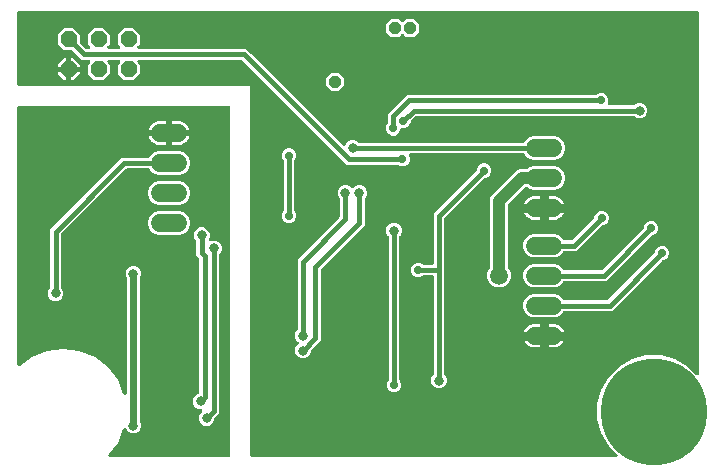
<source format=gbr>
G04 EAGLE Gerber RS-274X export*
G75*
%MOMM*%
%FSLAX34Y34*%
%LPD*%
%INBottom Copper*%
%IPPOS*%
%AMOC8*
5,1,8,0,0,1.08239X$1,22.5*%
G01*
%ADD10C,1.500000*%
%ADD11C,9.000000*%
%ADD12P,1.484606X8X202.500000*%
%ADD13P,1.099708X8X112.500000*%
%ADD14C,0.806400*%
%ADD15C,0.706400*%
%ADD16C,0.800000*%
%ADD17C,0.600000*%
%ADD18C,0.400000*%
%ADD19C,1.000000*%
%ADD20C,1.500000*%

G36*
X518050Y11213D02*
X518050Y11213D01*
X518155Y11215D01*
X518222Y11233D01*
X518290Y11241D01*
X518389Y11276D01*
X518489Y11302D01*
X518550Y11335D01*
X518616Y11358D01*
X518703Y11415D01*
X518795Y11464D01*
X518847Y11509D01*
X518905Y11547D01*
X518977Y11622D01*
X519056Y11691D01*
X519096Y11747D01*
X519144Y11797D01*
X519197Y11887D01*
X519258Y11972D01*
X519284Y12036D01*
X519319Y12095D01*
X519350Y12195D01*
X519389Y12291D01*
X519401Y12360D01*
X519421Y12426D01*
X519428Y12530D01*
X519445Y12633D01*
X519440Y12702D01*
X519445Y12771D01*
X519428Y12873D01*
X519420Y12978D01*
X519400Y13044D01*
X519389Y13112D01*
X519349Y13208D01*
X519318Y13308D01*
X519282Y13367D01*
X519256Y13431D01*
X519195Y13516D01*
X519142Y13605D01*
X519073Y13684D01*
X519054Y13711D01*
X519037Y13726D01*
X519007Y13760D01*
X511958Y20809D01*
X505699Y31650D01*
X502459Y43741D01*
X502459Y56259D01*
X505699Y68350D01*
X511958Y79191D01*
X520809Y88042D01*
X531650Y94301D01*
X543741Y97541D01*
X556259Y97541D01*
X568350Y94301D01*
X579191Y88042D01*
X586240Y80993D01*
X586322Y80928D01*
X586397Y80856D01*
X586457Y80821D01*
X586511Y80778D01*
X586605Y80734D01*
X586695Y80681D01*
X586761Y80661D01*
X586824Y80631D01*
X586926Y80610D01*
X587026Y80579D01*
X587095Y80574D01*
X587162Y80560D01*
X587266Y80563D01*
X587371Y80555D01*
X587439Y80567D01*
X587508Y80568D01*
X587609Y80595D01*
X587712Y80611D01*
X587776Y80638D01*
X587842Y80655D01*
X587935Y80704D01*
X588031Y80744D01*
X588087Y80785D01*
X588148Y80817D01*
X588227Y80885D01*
X588311Y80946D01*
X588357Y80999D01*
X588409Y81044D01*
X588470Y81129D01*
X588538Y81207D01*
X588570Y81269D01*
X588611Y81325D01*
X588650Y81421D01*
X588699Y81514D01*
X588716Y81580D01*
X588743Y81644D01*
X588759Y81747D01*
X588785Y81848D01*
X588792Y81952D01*
X588798Y81986D01*
X588796Y82008D01*
X588799Y82053D01*
X588799Y387300D01*
X588795Y387335D01*
X588798Y387371D01*
X588775Y387507D01*
X588759Y387643D01*
X588747Y387677D01*
X588742Y387712D01*
X588689Y387839D01*
X588642Y387969D01*
X588623Y387998D01*
X588609Y388031D01*
X588528Y388143D01*
X588453Y388258D01*
X588427Y388283D01*
X588407Y388311D01*
X588303Y388402D01*
X588203Y388497D01*
X588172Y388515D01*
X588146Y388538D01*
X588023Y388602D01*
X587905Y388672D01*
X587871Y388682D01*
X587839Y388699D01*
X587706Y388733D01*
X587574Y388774D01*
X587539Y388776D01*
X587505Y388785D01*
X587300Y388799D01*
X12700Y388799D01*
X12665Y388795D01*
X12629Y388798D01*
X12493Y388775D01*
X12357Y388759D01*
X12323Y388747D01*
X12288Y388742D01*
X12161Y388689D01*
X12031Y388642D01*
X12002Y388623D01*
X11969Y388609D01*
X11857Y388528D01*
X11742Y388453D01*
X11717Y388427D01*
X11689Y388407D01*
X11598Y388303D01*
X11503Y388203D01*
X11485Y388172D01*
X11462Y388146D01*
X11398Y388023D01*
X11328Y387905D01*
X11318Y387871D01*
X11301Y387839D01*
X11267Y387706D01*
X11226Y387574D01*
X11224Y387539D01*
X11215Y387505D01*
X11201Y387300D01*
X11201Y327300D01*
X11205Y327265D01*
X11202Y327229D01*
X11225Y327093D01*
X11241Y326957D01*
X11253Y326923D01*
X11258Y326888D01*
X11311Y326761D01*
X11358Y326631D01*
X11378Y326602D01*
X11391Y326569D01*
X11472Y326457D01*
X11547Y326342D01*
X11573Y326317D01*
X11593Y326289D01*
X11698Y326198D01*
X11797Y326103D01*
X11828Y326085D01*
X11854Y326062D01*
X11977Y325998D01*
X12095Y325928D01*
X12129Y325918D01*
X12161Y325901D01*
X12294Y325867D01*
X12426Y325826D01*
X12461Y325824D01*
X12495Y325815D01*
X12700Y325801D01*
X208501Y325801D01*
X208501Y12700D01*
X208505Y12665D01*
X208502Y12629D01*
X208525Y12493D01*
X208541Y12357D01*
X208553Y12323D01*
X208558Y12288D01*
X208611Y12161D01*
X208658Y12031D01*
X208678Y12002D01*
X208691Y11969D01*
X208772Y11857D01*
X208847Y11742D01*
X208873Y11717D01*
X208893Y11689D01*
X208998Y11598D01*
X209097Y11503D01*
X209128Y11485D01*
X209154Y11462D01*
X209277Y11398D01*
X209395Y11328D01*
X209429Y11318D01*
X209461Y11301D01*
X209594Y11267D01*
X209726Y11226D01*
X209761Y11224D01*
X209795Y11215D01*
X210000Y11201D01*
X517947Y11201D01*
X518050Y11213D01*
G37*
G36*
X190035Y11205D02*
X190035Y11205D01*
X190071Y11202D01*
X190207Y11225D01*
X190343Y11241D01*
X190377Y11253D01*
X190412Y11258D01*
X190539Y11311D01*
X190669Y11358D01*
X190698Y11378D01*
X190731Y11391D01*
X190843Y11472D01*
X190958Y11547D01*
X190983Y11573D01*
X191011Y11593D01*
X191102Y11698D01*
X191197Y11797D01*
X191215Y11828D01*
X191238Y11854D01*
X191302Y11977D01*
X191372Y12095D01*
X191382Y12129D01*
X191399Y12161D01*
X191433Y12294D01*
X191474Y12426D01*
X191476Y12461D01*
X191485Y12495D01*
X191499Y12700D01*
X191499Y307300D01*
X191495Y307335D01*
X191498Y307371D01*
X191475Y307507D01*
X191459Y307643D01*
X191447Y307677D01*
X191442Y307712D01*
X191389Y307839D01*
X191342Y307969D01*
X191323Y307998D01*
X191309Y308031D01*
X191228Y308143D01*
X191153Y308258D01*
X191127Y308283D01*
X191107Y308311D01*
X191003Y308402D01*
X190903Y308497D01*
X190872Y308515D01*
X190846Y308538D01*
X190723Y308602D01*
X190605Y308672D01*
X190571Y308682D01*
X190539Y308699D01*
X190406Y308733D01*
X190274Y308774D01*
X190239Y308776D01*
X190205Y308785D01*
X190000Y308799D01*
X12700Y308799D01*
X12665Y308795D01*
X12629Y308798D01*
X12493Y308775D01*
X12357Y308759D01*
X12323Y308747D01*
X12288Y308742D01*
X12161Y308689D01*
X12031Y308642D01*
X12002Y308623D01*
X11969Y308609D01*
X11857Y308528D01*
X11742Y308453D01*
X11717Y308427D01*
X11689Y308407D01*
X11598Y308303D01*
X11503Y308203D01*
X11485Y308172D01*
X11462Y308146D01*
X11398Y308023D01*
X11328Y307905D01*
X11318Y307871D01*
X11301Y307839D01*
X11267Y307706D01*
X11226Y307574D01*
X11224Y307539D01*
X11215Y307505D01*
X11201Y307300D01*
X11201Y89912D01*
X11201Y89905D01*
X11201Y89899D01*
X11221Y89735D01*
X11241Y89568D01*
X11243Y89562D01*
X11243Y89556D01*
X11301Y89401D01*
X11358Y89243D01*
X11361Y89238D01*
X11364Y89232D01*
X11456Y89094D01*
X11547Y88953D01*
X11551Y88949D01*
X11555Y88944D01*
X11676Y88830D01*
X11797Y88715D01*
X11802Y88712D01*
X11807Y88707D01*
X11952Y88624D01*
X12095Y88540D01*
X12101Y88538D01*
X12107Y88535D01*
X12266Y88487D01*
X12426Y88438D01*
X12432Y88437D01*
X12438Y88435D01*
X12603Y88425D01*
X12771Y88414D01*
X12777Y88415D01*
X12783Y88415D01*
X12947Y88443D01*
X13112Y88470D01*
X13117Y88472D01*
X13124Y88473D01*
X13277Y88539D01*
X13431Y88603D01*
X13436Y88606D01*
X13442Y88609D01*
X13613Y88722D01*
X23336Y96183D01*
X36198Y101511D01*
X50000Y103328D01*
X63802Y101511D01*
X76664Y96183D01*
X87708Y87708D01*
X96183Y76664D01*
X101112Y64764D01*
X101138Y64718D01*
X101156Y64669D01*
X101222Y64568D01*
X101281Y64462D01*
X101316Y64423D01*
X101344Y64379D01*
X101432Y64296D01*
X101514Y64206D01*
X101557Y64177D01*
X101595Y64141D01*
X101699Y64079D01*
X101799Y64011D01*
X101848Y63992D01*
X101893Y63966D01*
X102008Y63930D01*
X102121Y63886D01*
X102173Y63879D01*
X102223Y63864D01*
X102344Y63855D01*
X102464Y63839D01*
X102516Y63844D01*
X102568Y63840D01*
X102688Y63860D01*
X102808Y63871D01*
X102858Y63887D01*
X102909Y63896D01*
X103021Y63942D01*
X103136Y63981D01*
X103180Y64009D01*
X103229Y64029D01*
X103327Y64099D01*
X103430Y64163D01*
X103467Y64200D01*
X103509Y64231D01*
X103588Y64322D01*
X103674Y64408D01*
X103701Y64453D01*
X103736Y64492D01*
X103792Y64599D01*
X103855Y64702D01*
X103872Y64752D01*
X103896Y64798D01*
X103927Y64915D01*
X103965Y65030D01*
X103970Y65082D01*
X103983Y65133D01*
X103997Y65338D01*
X103997Y162590D01*
X103995Y162609D01*
X103996Y162627D01*
X103975Y162780D01*
X103957Y162934D01*
X103951Y162951D01*
X103948Y162970D01*
X103883Y163164D01*
X102965Y165380D01*
X102965Y167995D01*
X103965Y170411D01*
X105814Y172260D01*
X108230Y173260D01*
X110845Y173260D01*
X113261Y172260D01*
X115110Y170411D01*
X116110Y167995D01*
X116110Y165380D01*
X115192Y163164D01*
X115187Y163146D01*
X115179Y163130D01*
X115140Y162980D01*
X115098Y162832D01*
X115097Y162813D01*
X115092Y162795D01*
X115078Y162590D01*
X115078Y42197D01*
X115080Y42179D01*
X115079Y42160D01*
X115100Y42007D01*
X115118Y41854D01*
X115124Y41836D01*
X115127Y41818D01*
X115192Y41623D01*
X116110Y39407D01*
X116110Y36793D01*
X115110Y34377D01*
X113261Y32528D01*
X110845Y31527D01*
X108230Y31527D01*
X105814Y32528D01*
X103965Y34377D01*
X103746Y34906D01*
X103695Y34997D01*
X103653Y35093D01*
X103611Y35148D01*
X103578Y35208D01*
X103508Y35285D01*
X103445Y35369D01*
X103391Y35413D01*
X103345Y35464D01*
X103259Y35523D01*
X103178Y35589D01*
X103116Y35620D01*
X103060Y35659D01*
X102962Y35697D01*
X102869Y35743D01*
X102801Y35759D01*
X102737Y35784D01*
X102634Y35798D01*
X102532Y35822D01*
X102463Y35822D01*
X102395Y35832D01*
X102291Y35822D01*
X102186Y35822D01*
X102119Y35806D01*
X102050Y35799D01*
X101952Y35766D01*
X101850Y35742D01*
X101788Y35711D01*
X101723Y35689D01*
X101634Y35634D01*
X101541Y35588D01*
X101488Y35543D01*
X101429Y35507D01*
X101355Y35433D01*
X101275Y35366D01*
X101233Y35311D01*
X101185Y35262D01*
X101130Y35174D01*
X101067Y35090D01*
X101021Y34996D01*
X101003Y34968D01*
X100996Y34947D01*
X100976Y34906D01*
X96183Y23336D01*
X88722Y13613D01*
X88719Y13607D01*
X88715Y13603D01*
X88630Y13459D01*
X88545Y13316D01*
X88543Y13310D01*
X88540Y13305D01*
X88490Y13145D01*
X88440Y12986D01*
X88440Y12980D01*
X88438Y12974D01*
X88426Y12807D01*
X88413Y12642D01*
X88414Y12636D01*
X88414Y12629D01*
X88441Y12466D01*
X88467Y12300D01*
X88469Y12294D01*
X88470Y12288D01*
X88533Y12136D01*
X88597Y11980D01*
X88600Y11975D01*
X88603Y11969D01*
X88700Y11834D01*
X88797Y11698D01*
X88801Y11694D01*
X88805Y11689D01*
X88932Y11578D01*
X89056Y11469D01*
X89061Y11466D01*
X89066Y11462D01*
X89216Y11383D01*
X89361Y11306D01*
X89367Y11304D01*
X89372Y11301D01*
X89536Y11259D01*
X89695Y11217D01*
X89701Y11216D01*
X89707Y11215D01*
X89912Y11201D01*
X190000Y11201D01*
X190035Y11205D01*
G37*
%LPC*%
G36*
X336136Y257452D02*
X336136Y257452D01*
X333904Y258377D01*
X333736Y258545D01*
X333626Y258632D01*
X333521Y258723D01*
X333491Y258739D01*
X333464Y258760D01*
X333338Y258819D01*
X333215Y258884D01*
X333182Y258892D01*
X333151Y258907D01*
X333015Y258935D01*
X332880Y258970D01*
X332835Y258973D01*
X332813Y258978D01*
X332779Y258977D01*
X332675Y258984D01*
X290219Y258984D01*
X201758Y347445D01*
X201649Y347532D01*
X201544Y347623D01*
X201514Y347639D01*
X201487Y347660D01*
X201361Y347719D01*
X201238Y347784D01*
X201205Y347792D01*
X201174Y347807D01*
X201038Y347835D01*
X200903Y347870D01*
X200858Y347873D01*
X200836Y347878D01*
X200802Y347877D01*
X200698Y347884D01*
X114321Y347884D01*
X114217Y347872D01*
X114113Y347870D01*
X114046Y347852D01*
X113977Y347844D01*
X113879Y347809D01*
X113778Y347783D01*
X113717Y347750D01*
X113652Y347727D01*
X113565Y347670D01*
X113473Y347621D01*
X113420Y347576D01*
X113363Y347538D01*
X113291Y347463D01*
X113212Y347394D01*
X113172Y347338D01*
X113124Y347288D01*
X113071Y347198D01*
X113010Y347113D01*
X112984Y347049D01*
X112949Y346990D01*
X112918Y346890D01*
X112878Y346794D01*
X112867Y346725D01*
X112847Y346659D01*
X112840Y346555D01*
X112823Y346452D01*
X112828Y346383D01*
X112823Y346314D01*
X112840Y346212D01*
X112847Y346107D01*
X112868Y346041D01*
X112879Y345973D01*
X112919Y345877D01*
X112950Y345777D01*
X112985Y345718D01*
X113012Y345654D01*
X113073Y345569D01*
X113126Y345480D01*
X113194Y345401D01*
X113214Y345374D01*
X113231Y345359D01*
X113261Y345325D01*
X114967Y343618D01*
X114967Y335832D01*
X109462Y330326D01*
X101676Y330326D01*
X96170Y335832D01*
X96170Y343618D01*
X97877Y345325D01*
X97942Y345407D01*
X98014Y345482D01*
X98049Y345542D01*
X98092Y345596D01*
X98136Y345690D01*
X98189Y345780D01*
X98209Y345846D01*
X98238Y345909D01*
X98260Y346011D01*
X98291Y346111D01*
X98295Y346180D01*
X98310Y346247D01*
X98307Y346351D01*
X98314Y346456D01*
X98303Y346524D01*
X98302Y346593D01*
X98275Y346694D01*
X98258Y346797D01*
X98232Y346861D01*
X98214Y346927D01*
X98166Y347020D01*
X98126Y347116D01*
X98085Y347172D01*
X98053Y347233D01*
X97984Y347312D01*
X97923Y347396D01*
X97871Y347442D01*
X97826Y347494D01*
X97741Y347555D01*
X97662Y347623D01*
X97601Y347655D01*
X97545Y347696D01*
X97449Y347735D01*
X97356Y347784D01*
X97289Y347801D01*
X97225Y347827D01*
X97123Y347844D01*
X97021Y347870D01*
X96917Y347877D01*
X96884Y347883D01*
X96862Y347881D01*
X96817Y347884D01*
X88921Y347884D01*
X88817Y347872D01*
X88713Y347870D01*
X88646Y347852D01*
X88577Y347844D01*
X88479Y347809D01*
X88378Y347783D01*
X88317Y347750D01*
X88252Y347727D01*
X88165Y347670D01*
X88073Y347621D01*
X88020Y347576D01*
X87963Y347538D01*
X87891Y347463D01*
X87812Y347394D01*
X87772Y347338D01*
X87724Y347288D01*
X87671Y347198D01*
X87610Y347113D01*
X87584Y347049D01*
X87549Y346990D01*
X87518Y346890D01*
X87478Y346794D01*
X87467Y346725D01*
X87447Y346659D01*
X87440Y346555D01*
X87423Y346452D01*
X87428Y346383D01*
X87423Y346314D01*
X87440Y346212D01*
X87447Y346107D01*
X87468Y346041D01*
X87479Y345973D01*
X87519Y345877D01*
X87550Y345777D01*
X87585Y345718D01*
X87612Y345654D01*
X87673Y345569D01*
X87726Y345480D01*
X87794Y345401D01*
X87814Y345374D01*
X87831Y345359D01*
X87861Y345325D01*
X89567Y343618D01*
X89567Y335832D01*
X84062Y330326D01*
X76276Y330326D01*
X70770Y335832D01*
X70770Y343618D01*
X72477Y345325D01*
X72542Y345407D01*
X72614Y345482D01*
X72649Y345542D01*
X72692Y345596D01*
X72736Y345690D01*
X72789Y345780D01*
X72809Y345846D01*
X72838Y345909D01*
X72860Y346011D01*
X72891Y346111D01*
X72895Y346180D01*
X72910Y346247D01*
X72907Y346351D01*
X72914Y346456D01*
X72903Y346524D01*
X72902Y346593D01*
X72875Y346694D01*
X72858Y346797D01*
X72832Y346861D01*
X72814Y346927D01*
X72766Y347020D01*
X72726Y347116D01*
X72685Y347172D01*
X72653Y347233D01*
X72584Y347312D01*
X72523Y347396D01*
X72471Y347442D01*
X72426Y347494D01*
X72341Y347555D01*
X72262Y347623D01*
X72201Y347655D01*
X72145Y347696D01*
X72049Y347735D01*
X71956Y347784D01*
X71889Y347801D01*
X71825Y347827D01*
X71723Y347844D01*
X71621Y347870D01*
X71517Y347877D01*
X71484Y347883D01*
X71462Y347881D01*
X71417Y347884D01*
X65588Y347884D01*
X58185Y355287D01*
X58076Y355374D01*
X57970Y355465D01*
X57940Y355481D01*
X57914Y355502D01*
X57788Y355561D01*
X57664Y355626D01*
X57632Y355634D01*
X57601Y355649D01*
X57465Y355677D01*
X57330Y355712D01*
X57284Y355715D01*
X57263Y355720D01*
X57229Y355719D01*
X57125Y355726D01*
X50876Y355726D01*
X45370Y361232D01*
X45370Y369018D01*
X50876Y374524D01*
X58662Y374524D01*
X64167Y369018D01*
X64167Y362769D01*
X64184Y362631D01*
X64193Y362491D01*
X64203Y362459D01*
X64207Y362425D01*
X64255Y362295D01*
X64296Y362161D01*
X64313Y362132D01*
X64325Y362100D01*
X64401Y361983D01*
X64472Y361863D01*
X64501Y361829D01*
X64514Y361811D01*
X64538Y361787D01*
X64607Y361709D01*
X68910Y357405D01*
X69020Y357318D01*
X69125Y357227D01*
X69155Y357211D01*
X69182Y357190D01*
X69308Y357131D01*
X69431Y357066D01*
X69464Y357058D01*
X69495Y357043D01*
X69631Y357015D01*
X69766Y356980D01*
X69811Y356977D01*
X69833Y356972D01*
X69867Y356973D01*
X69971Y356966D01*
X71417Y356966D01*
X71520Y356978D01*
X71625Y356980D01*
X71692Y356998D01*
X71760Y357006D01*
X71858Y357041D01*
X71959Y357067D01*
X72020Y357100D01*
X72085Y357123D01*
X72173Y357180D01*
X72265Y357229D01*
X72317Y357274D01*
X72375Y357312D01*
X72447Y357387D01*
X72526Y357456D01*
X72566Y357512D01*
X72614Y357562D01*
X72666Y357652D01*
X72727Y357737D01*
X72754Y357801D01*
X72789Y357860D01*
X72819Y357960D01*
X72859Y358056D01*
X72870Y358125D01*
X72891Y358191D01*
X72898Y358295D01*
X72914Y358398D01*
X72910Y358467D01*
X72914Y358536D01*
X72897Y358638D01*
X72890Y358743D01*
X72870Y358809D01*
X72858Y358877D01*
X72818Y358973D01*
X72787Y359073D01*
X72752Y359132D01*
X72726Y359196D01*
X72665Y359281D01*
X72612Y359370D01*
X72543Y359449D01*
X72523Y359476D01*
X72506Y359491D01*
X72477Y359525D01*
X70770Y361232D01*
X70770Y369018D01*
X76276Y374524D01*
X84062Y374524D01*
X89567Y369018D01*
X89567Y361232D01*
X87861Y359525D01*
X87796Y359443D01*
X87724Y359368D01*
X87689Y359308D01*
X87646Y359254D01*
X87602Y359160D01*
X87549Y359070D01*
X87529Y359004D01*
X87499Y358941D01*
X87478Y358839D01*
X87447Y358739D01*
X87442Y358670D01*
X87428Y358603D01*
X87430Y358499D01*
X87423Y358394D01*
X87434Y358326D01*
X87436Y358257D01*
X87462Y358156D01*
X87479Y358053D01*
X87506Y357989D01*
X87523Y357923D01*
X87572Y357830D01*
X87612Y357734D01*
X87652Y357678D01*
X87685Y357617D01*
X87753Y357538D01*
X87814Y357454D01*
X87866Y357408D01*
X87912Y357356D01*
X87996Y357295D01*
X88075Y357227D01*
X88137Y357195D01*
X88193Y357154D01*
X88289Y357115D01*
X88381Y357066D01*
X88448Y357049D01*
X88512Y357023D01*
X88615Y357006D01*
X88716Y356980D01*
X88820Y356973D01*
X88853Y356967D01*
X88876Y356969D01*
X88921Y356966D01*
X96817Y356966D01*
X96920Y356978D01*
X97025Y356980D01*
X97092Y356998D01*
X97160Y357006D01*
X97258Y357041D01*
X97359Y357067D01*
X97420Y357100D01*
X97485Y357123D01*
X97573Y357180D01*
X97665Y357229D01*
X97717Y357274D01*
X97775Y357312D01*
X97847Y357387D01*
X97926Y357456D01*
X97966Y357512D01*
X98014Y357562D01*
X98066Y357652D01*
X98127Y357737D01*
X98154Y357801D01*
X98189Y357860D01*
X98219Y357960D01*
X98259Y358056D01*
X98270Y358125D01*
X98291Y358191D01*
X98298Y358295D01*
X98314Y358398D01*
X98310Y358467D01*
X98314Y358536D01*
X98297Y358638D01*
X98290Y358743D01*
X98270Y358809D01*
X98258Y358877D01*
X98218Y358973D01*
X98187Y359073D01*
X98152Y359132D01*
X98126Y359196D01*
X98065Y359281D01*
X98012Y359370D01*
X97943Y359449D01*
X97923Y359476D01*
X97906Y359491D01*
X97877Y359525D01*
X96170Y361232D01*
X96170Y369018D01*
X101676Y374524D01*
X109462Y374524D01*
X114967Y369018D01*
X114967Y361232D01*
X113261Y359525D01*
X113196Y359443D01*
X113124Y359368D01*
X113089Y359308D01*
X113046Y359254D01*
X113002Y359160D01*
X112949Y359070D01*
X112929Y359004D01*
X112899Y358941D01*
X112878Y358839D01*
X112847Y358739D01*
X112842Y358670D01*
X112828Y358603D01*
X112830Y358499D01*
X112823Y358394D01*
X112834Y358326D01*
X112836Y358257D01*
X112862Y358156D01*
X112879Y358053D01*
X112906Y357989D01*
X112923Y357923D01*
X112972Y357830D01*
X113012Y357734D01*
X113052Y357678D01*
X113085Y357617D01*
X113153Y357538D01*
X113214Y357454D01*
X113266Y357408D01*
X113312Y357356D01*
X113396Y357295D01*
X113475Y357227D01*
X113537Y357195D01*
X113593Y357154D01*
X113689Y357115D01*
X113781Y357066D01*
X113848Y357049D01*
X113912Y357023D01*
X114015Y357006D01*
X114116Y356980D01*
X114220Y356973D01*
X114253Y356967D01*
X114276Y356969D01*
X114321Y356966D01*
X205081Y356966D01*
X208180Y353867D01*
X286819Y275228D01*
X286941Y275131D01*
X287062Y275031D01*
X287077Y275023D01*
X287090Y275013D01*
X287232Y274946D01*
X287371Y274877D01*
X287388Y274873D01*
X287403Y274866D01*
X287556Y274834D01*
X287708Y274798D01*
X287725Y274798D01*
X287741Y274795D01*
X287898Y274799D01*
X288054Y274799D01*
X288070Y274803D01*
X288087Y274803D01*
X288238Y274842D01*
X288390Y274878D01*
X288405Y274886D01*
X288422Y274890D01*
X288559Y274962D01*
X288699Y275033D01*
X288712Y275044D01*
X288727Y275052D01*
X288844Y275154D01*
X288965Y275254D01*
X288975Y275268D01*
X288988Y275279D01*
X289079Y275406D01*
X289173Y275530D01*
X289183Y275550D01*
X289190Y275560D01*
X289200Y275585D01*
X289264Y275714D01*
X289703Y276773D01*
X291552Y278622D01*
X293968Y279623D01*
X296582Y279623D01*
X298998Y278622D01*
X299590Y278030D01*
X299699Y277943D01*
X299805Y277852D01*
X299835Y277836D01*
X299861Y277815D01*
X299987Y277756D01*
X300111Y277691D01*
X300144Y277683D01*
X300174Y277668D01*
X300311Y277640D01*
X300446Y277605D01*
X300491Y277602D01*
X300513Y277597D01*
X300546Y277598D01*
X300651Y277591D01*
X439711Y277591D01*
X439798Y277601D01*
X439886Y277601D01*
X439969Y277621D01*
X440054Y277631D01*
X440137Y277660D01*
X440222Y277680D01*
X440299Y277719D01*
X440380Y277748D01*
X440453Y277796D01*
X440531Y277835D01*
X440597Y277890D01*
X440669Y277937D01*
X440730Y278000D01*
X440797Y278056D01*
X440849Y278125D01*
X440908Y278187D01*
X440952Y278263D01*
X441005Y278333D01*
X441069Y278461D01*
X441083Y278485D01*
X441086Y278497D01*
X441096Y278516D01*
X441188Y278738D01*
X444012Y281562D01*
X447703Y283091D01*
X466697Y283091D01*
X470388Y281562D01*
X473212Y278738D01*
X474741Y275047D01*
X474741Y271053D01*
X473212Y267362D01*
X470388Y264538D01*
X466697Y263009D01*
X447703Y263009D01*
X444012Y264538D01*
X441188Y267362D01*
X441096Y267584D01*
X441054Y267660D01*
X441020Y267741D01*
X440970Y267811D01*
X440928Y267886D01*
X440869Y267950D01*
X440818Y268021D01*
X440753Y268078D01*
X440695Y268141D01*
X440623Y268191D01*
X440557Y268248D01*
X440480Y268288D01*
X440410Y268337D01*
X440328Y268368D01*
X440251Y268409D01*
X440167Y268430D01*
X440087Y268461D01*
X440001Y268473D01*
X439916Y268495D01*
X439772Y268505D01*
X439745Y268509D01*
X439733Y268508D01*
X439711Y268509D01*
X344096Y268509D01*
X343941Y268491D01*
X343785Y268477D01*
X343769Y268471D01*
X343753Y268469D01*
X343605Y268416D01*
X343458Y268367D01*
X343443Y268358D01*
X343427Y268352D01*
X343296Y268266D01*
X343164Y268184D01*
X343152Y268172D01*
X343138Y268163D01*
X343030Y268050D01*
X342920Y267940D01*
X342911Y267925D01*
X342899Y267913D01*
X342820Y267778D01*
X342738Y267645D01*
X342733Y267629D01*
X342724Y267615D01*
X342678Y267466D01*
X342629Y267317D01*
X342627Y267301D01*
X342622Y267284D01*
X342611Y267128D01*
X342597Y266973D01*
X342600Y266956D01*
X342598Y266939D01*
X342624Y266785D01*
X342646Y266631D01*
X342653Y266610D01*
X342654Y266598D01*
X342665Y266573D01*
X342711Y266436D01*
X343416Y264733D01*
X343416Y262317D01*
X342492Y260085D01*
X340784Y258377D01*
X338552Y257452D01*
X336136Y257452D01*
G37*
%LPD*%
%LPC*%
G36*
X328198Y283646D02*
X328198Y283646D01*
X325966Y284571D01*
X324258Y286279D01*
X323334Y288511D01*
X323334Y290927D01*
X324258Y293159D01*
X324426Y293327D01*
X324513Y293436D01*
X324604Y293542D01*
X324620Y293572D01*
X324641Y293598D01*
X324700Y293724D01*
X324765Y293848D01*
X324774Y293881D01*
X324788Y293911D01*
X324817Y294047D01*
X324851Y294183D01*
X324855Y294228D01*
X324859Y294249D01*
X324858Y294283D01*
X324866Y294387D01*
X324866Y301918D01*
X341019Y318072D01*
X500950Y318072D01*
X501089Y318088D01*
X501228Y318098D01*
X501260Y318108D01*
X501294Y318112D01*
X501425Y318159D01*
X501558Y318201D01*
X501587Y318218D01*
X501619Y318229D01*
X501736Y318305D01*
X501856Y318376D01*
X501890Y318406D01*
X501909Y318418D01*
X501932Y318443D01*
X502010Y318511D01*
X502179Y318679D01*
X504411Y319604D01*
X506827Y319604D01*
X509059Y318679D01*
X510767Y316971D01*
X511691Y314739D01*
X511691Y312323D01*
X511315Y311414D01*
X511272Y311263D01*
X511226Y311114D01*
X511225Y311097D01*
X511220Y311081D01*
X511213Y310926D01*
X511202Y310769D01*
X511205Y310753D01*
X511204Y310736D01*
X511233Y310582D01*
X511258Y310428D01*
X511265Y310413D01*
X511268Y310396D01*
X511331Y310253D01*
X511391Y310109D01*
X511401Y310095D01*
X511408Y310080D01*
X511502Y309955D01*
X511593Y309829D01*
X511606Y309817D01*
X511616Y309804D01*
X511736Y309704D01*
X511854Y309602D01*
X511869Y309594D01*
X511882Y309583D01*
X512022Y309514D01*
X512160Y309441D01*
X512177Y309437D01*
X512192Y309429D01*
X512344Y309394D01*
X512495Y309355D01*
X512517Y309353D01*
X512529Y309351D01*
X512556Y309351D01*
X512700Y309341D01*
X532787Y309341D01*
X532925Y309357D01*
X533064Y309367D01*
X533097Y309377D01*
X533130Y309381D01*
X533261Y309428D01*
X533395Y309469D01*
X533424Y309487D01*
X533456Y309498D01*
X533572Y309574D01*
X533692Y309645D01*
X533726Y309675D01*
X533745Y309687D01*
X533768Y309711D01*
X533847Y309780D01*
X534439Y310372D01*
X536855Y311373D01*
X539470Y311373D01*
X541886Y310372D01*
X543735Y308523D01*
X544735Y306107D01*
X544735Y303493D01*
X543735Y301077D01*
X541886Y299228D01*
X539470Y298227D01*
X536855Y298227D01*
X534439Y299228D01*
X533847Y299820D01*
X533738Y299907D01*
X533633Y299998D01*
X533603Y300014D01*
X533576Y300035D01*
X533450Y300094D01*
X533326Y300159D01*
X533294Y300167D01*
X533263Y300182D01*
X533127Y300210D01*
X532992Y300245D01*
X532947Y300248D01*
X532925Y300253D01*
X532891Y300252D01*
X532787Y300259D01*
X349371Y300259D01*
X349232Y300243D01*
X349093Y300233D01*
X349061Y300223D01*
X349027Y300219D01*
X348896Y300172D01*
X348763Y300131D01*
X348734Y300113D01*
X348702Y300102D01*
X348585Y300026D01*
X348465Y299955D01*
X348431Y299925D01*
X348412Y299913D01*
X348389Y299889D01*
X348310Y299820D01*
X344649Y296159D01*
X344563Y296050D01*
X344471Y295944D01*
X344456Y295914D01*
X344435Y295888D01*
X344376Y295762D01*
X344311Y295638D01*
X344302Y295606D01*
X344288Y295575D01*
X344259Y295439D01*
X344224Y295304D01*
X344221Y295258D01*
X344217Y295237D01*
X344217Y295203D01*
X344210Y295099D01*
X344210Y294861D01*
X343286Y292629D01*
X341577Y290921D01*
X339345Y289996D01*
X336978Y289996D01*
X336943Y289992D01*
X336908Y289994D01*
X336772Y289972D01*
X336635Y289956D01*
X336601Y289944D01*
X336566Y289938D01*
X336439Y289886D01*
X336310Y289839D01*
X336280Y289819D01*
X336247Y289806D01*
X336136Y289725D01*
X336020Y289650D01*
X335996Y289624D01*
X335967Y289603D01*
X335876Y289499D01*
X335781Y289400D01*
X335763Y289369D01*
X335740Y289342D01*
X335676Y289220D01*
X335606Y289101D01*
X335596Y289068D01*
X335579Y289036D01*
X335545Y288903D01*
X335504Y288771D01*
X335502Y288736D01*
X335493Y288701D01*
X335480Y288514D01*
X334554Y286279D01*
X332846Y284571D01*
X330614Y283646D01*
X328198Y283646D01*
G37*
%LPD*%
%LPC*%
G36*
X251899Y95027D02*
X251899Y95027D01*
X249483Y96028D01*
X247634Y97877D01*
X246634Y100293D01*
X246634Y102907D01*
X247634Y105323D01*
X249201Y106890D01*
X249223Y106918D01*
X249250Y106941D01*
X249330Y107053D01*
X249416Y107161D01*
X249431Y107193D01*
X249451Y107222D01*
X249504Y107349D01*
X249562Y107474D01*
X249570Y107509D01*
X249583Y107541D01*
X249605Y107678D01*
X249634Y107812D01*
X249633Y107848D01*
X249638Y107883D01*
X249629Y108020D01*
X249626Y108158D01*
X249617Y108192D01*
X249614Y108228D01*
X249573Y108359D01*
X249538Y108492D01*
X249522Y108524D01*
X249511Y108558D01*
X249441Y108677D01*
X249377Y108798D01*
X249354Y108825D01*
X249336Y108856D01*
X249201Y109010D01*
X247634Y110577D01*
X246634Y112993D01*
X246634Y115607D01*
X247634Y118023D01*
X248226Y118615D01*
X248313Y118724D01*
X248404Y118830D01*
X248420Y118860D01*
X248441Y118886D01*
X248500Y119012D01*
X248565Y119136D01*
X248574Y119169D01*
X248588Y119199D01*
X248617Y119336D01*
X248651Y119471D01*
X248655Y119516D01*
X248659Y119538D01*
X248658Y119571D01*
X248666Y119676D01*
X248666Y178887D01*
X283945Y214167D01*
X284032Y214276D01*
X284123Y214381D01*
X284139Y214411D01*
X284160Y214438D01*
X284219Y214564D01*
X284284Y214687D01*
X284292Y214720D01*
X284307Y214751D01*
X284335Y214887D01*
X284370Y215022D01*
X284373Y215067D01*
X284378Y215089D01*
X284377Y215123D01*
X284384Y215227D01*
X284384Y229574D01*
X284368Y229712D01*
X284358Y229852D01*
X284348Y229884D01*
X284344Y229918D01*
X284297Y230049D01*
X284256Y230182D01*
X284238Y230211D01*
X284227Y230243D01*
X284151Y230360D01*
X284080Y230480D01*
X284050Y230514D01*
X284038Y230533D01*
X284014Y230556D01*
X283945Y230635D01*
X283353Y231227D01*
X282352Y233643D01*
X282352Y236257D01*
X283353Y238673D01*
X285202Y240522D01*
X287618Y241523D01*
X290232Y241523D01*
X292648Y240522D01*
X293818Y239352D01*
X293846Y239330D01*
X293869Y239304D01*
X293981Y239223D01*
X294089Y239138D01*
X294121Y239123D01*
X294150Y239102D01*
X294278Y239049D01*
X294402Y238991D01*
X294437Y238983D01*
X294469Y238970D01*
X294606Y238948D01*
X294740Y238919D01*
X294776Y238920D01*
X294811Y238915D01*
X294948Y238924D01*
X295086Y238928D01*
X295120Y238937D01*
X295156Y238939D01*
X295287Y238980D01*
X295421Y239015D01*
X295452Y239031D01*
X295486Y239042D01*
X295604Y239112D01*
X295726Y239176D01*
X295753Y239199D01*
X295784Y239217D01*
X295938Y239352D01*
X297108Y240522D01*
X299524Y241523D01*
X302139Y241523D01*
X304554Y240522D01*
X306403Y238673D01*
X307404Y236257D01*
X307404Y233643D01*
X306403Y231227D01*
X305811Y230635D01*
X305725Y230526D01*
X305633Y230420D01*
X305617Y230390D01*
X305596Y230364D01*
X305537Y230238D01*
X305472Y230114D01*
X305464Y230081D01*
X305450Y230051D01*
X305421Y229914D01*
X305386Y229779D01*
X305383Y229734D01*
X305378Y229712D01*
X305379Y229679D01*
X305372Y229574D01*
X305372Y207669D01*
X268505Y170802D01*
X268418Y170693D01*
X268327Y170587D01*
X268311Y170557D01*
X268290Y170531D01*
X268231Y170405D01*
X268166Y170281D01*
X268158Y170249D01*
X268143Y170218D01*
X268115Y170082D01*
X268080Y169947D01*
X268077Y169901D01*
X268072Y169880D01*
X268073Y169846D01*
X268066Y169742D01*
X268066Y110038D01*
X260218Y102190D01*
X260148Y102101D01*
X260107Y102059D01*
X260096Y102040D01*
X260040Y101976D01*
X260024Y101946D01*
X260003Y101919D01*
X259944Y101793D01*
X259879Y101670D01*
X259871Y101637D01*
X259857Y101606D01*
X259828Y101470D01*
X259793Y101335D01*
X259790Y101290D01*
X259785Y101268D01*
X259786Y101234D01*
X259779Y101130D01*
X259779Y100293D01*
X258778Y97877D01*
X256929Y96028D01*
X254514Y95027D01*
X251899Y95027D01*
G37*
%LPD*%
%LPC*%
G36*
X170143Y37877D02*
X170143Y37877D01*
X167727Y38878D01*
X165878Y40727D01*
X164877Y43143D01*
X164877Y45757D01*
X165878Y48173D01*
X167310Y49605D01*
X167375Y49687D01*
X167447Y49763D01*
X167482Y49822D01*
X167525Y49876D01*
X167569Y49971D01*
X167622Y50061D01*
X167642Y50127D01*
X167672Y50189D01*
X167693Y50292D01*
X167724Y50391D01*
X167729Y50460D01*
X167743Y50528D01*
X167740Y50632D01*
X167748Y50736D01*
X167736Y50804D01*
X167735Y50873D01*
X167708Y50974D01*
X167692Y51077D01*
X167665Y51141D01*
X167648Y51208D01*
X167599Y51300D01*
X167559Y51397D01*
X167519Y51453D01*
X167486Y51514D01*
X167418Y51592D01*
X167357Y51677D01*
X167304Y51722D01*
X167259Y51774D01*
X167174Y51835D01*
X167096Y51904D01*
X167034Y51936D01*
X166978Y51976D01*
X166882Y52016D01*
X166789Y52064D01*
X166722Y52082D01*
X166659Y52108D01*
X166556Y52125D01*
X166455Y52151D01*
X166351Y52158D01*
X166317Y52163D01*
X166295Y52162D01*
X166250Y52165D01*
X165380Y52165D01*
X162964Y53165D01*
X161115Y55014D01*
X160115Y57430D01*
X160115Y60045D01*
X161115Y62461D01*
X162964Y64310D01*
X164396Y64903D01*
X164473Y64945D01*
X164554Y64979D01*
X164623Y65029D01*
X164698Y65071D01*
X164763Y65130D01*
X164834Y65181D01*
X164890Y65246D01*
X164954Y65304D01*
X165003Y65376D01*
X165061Y65442D01*
X165101Y65518D01*
X165149Y65589D01*
X165181Y65671D01*
X165221Y65748D01*
X165243Y65832D01*
X165274Y65912D01*
X165286Y65998D01*
X165308Y66083D01*
X165318Y66227D01*
X165321Y66254D01*
X165320Y66266D01*
X165322Y66288D01*
X165322Y179267D01*
X165306Y179405D01*
X165296Y179544D01*
X165286Y179577D01*
X165282Y179610D01*
X165235Y179741D01*
X165193Y179875D01*
X165176Y179904D01*
X165164Y179936D01*
X165088Y180052D01*
X165017Y180172D01*
X164988Y180206D01*
X164976Y180225D01*
X164951Y180248D01*
X164883Y180327D01*
X162941Y182269D01*
X162941Y193856D01*
X162924Y193994D01*
X162915Y194133D01*
X162905Y194166D01*
X162901Y194199D01*
X162853Y194330D01*
X162812Y194463D01*
X162795Y194493D01*
X162783Y194524D01*
X162707Y194641D01*
X162636Y194761D01*
X162607Y194795D01*
X162594Y194814D01*
X162570Y194837D01*
X162501Y194916D01*
X161909Y195508D01*
X160909Y197924D01*
X160909Y200539D01*
X161909Y202954D01*
X163758Y204803D01*
X166174Y205804D01*
X168789Y205804D01*
X171204Y204803D01*
X173053Y202954D01*
X174054Y200539D01*
X174054Y197924D01*
X173318Y196147D01*
X173289Y196047D01*
X173252Y195949D01*
X173242Y195881D01*
X173223Y195814D01*
X173218Y195710D01*
X173204Y195607D01*
X173211Y195538D01*
X173207Y195469D01*
X173227Y195366D01*
X173236Y195262D01*
X173258Y195197D01*
X173271Y195129D01*
X173313Y195034D01*
X173346Y194935D01*
X173383Y194876D01*
X173411Y194813D01*
X173474Y194730D01*
X173529Y194641D01*
X173578Y194592D01*
X173619Y194537D01*
X173699Y194470D01*
X173773Y194397D01*
X173832Y194360D01*
X173885Y194316D01*
X173979Y194270D01*
X174068Y194215D01*
X174133Y194193D01*
X174195Y194162D01*
X174297Y194139D01*
X174396Y194106D01*
X174464Y194099D01*
X174532Y194084D01*
X174636Y194084D01*
X174740Y194074D01*
X174808Y194084D01*
X174877Y194084D01*
X174979Y194108D01*
X175082Y194122D01*
X175181Y194156D01*
X175214Y194163D01*
X175234Y194173D01*
X175277Y194188D01*
X176493Y194691D01*
X179107Y194691D01*
X181523Y193691D01*
X183372Y191842D01*
X184373Y189426D01*
X184373Y186811D01*
X183372Y184396D01*
X182780Y183803D01*
X182693Y183694D01*
X182602Y183589D01*
X182586Y183559D01*
X182565Y183532D01*
X182506Y183406D01*
X182441Y183283D01*
X182433Y183250D01*
X182418Y183219D01*
X182390Y183083D01*
X182355Y182948D01*
X182352Y182903D01*
X182347Y182881D01*
X182348Y182847D01*
X182341Y182743D01*
X182341Y48919D01*
X178462Y45040D01*
X178375Y44931D01*
X178284Y44826D01*
X178268Y44796D01*
X178247Y44769D01*
X178188Y44643D01*
X178123Y44520D01*
X178115Y44487D01*
X178100Y44456D01*
X178072Y44320D01*
X178037Y44185D01*
X178034Y44140D01*
X178029Y44118D01*
X178030Y44084D01*
X178023Y43980D01*
X178023Y43143D01*
X177022Y40727D01*
X175173Y38878D01*
X172757Y37877D01*
X170143Y37877D01*
G37*
%LPD*%
%LPC*%
G36*
X417103Y155059D02*
X417103Y155059D01*
X413412Y156588D01*
X410588Y159412D01*
X409059Y163103D01*
X409059Y167097D01*
X410588Y170788D01*
X411120Y171320D01*
X411207Y171429D01*
X411298Y171534D01*
X411314Y171564D01*
X411335Y171591D01*
X411394Y171717D01*
X411459Y171841D01*
X411467Y171873D01*
X411482Y171904D01*
X411510Y172040D01*
X411545Y172175D01*
X411548Y172220D01*
X411553Y172242D01*
X411552Y172276D01*
X411559Y172380D01*
X411559Y230100D01*
X412707Y232872D01*
X433878Y254043D01*
X436650Y255191D01*
X442420Y255191D01*
X442558Y255207D01*
X442698Y255217D01*
X442730Y255227D01*
X442763Y255231D01*
X442895Y255278D01*
X443028Y255319D01*
X443057Y255337D01*
X443089Y255348D01*
X443206Y255424D01*
X443325Y255495D01*
X443359Y255525D01*
X443378Y255537D01*
X443401Y255561D01*
X443480Y255630D01*
X444012Y256162D01*
X447703Y257691D01*
X466697Y257691D01*
X470388Y256162D01*
X473212Y253338D01*
X474741Y249647D01*
X474741Y245653D01*
X473212Y241962D01*
X470388Y239138D01*
X466697Y237609D01*
X447703Y237609D01*
X444012Y239138D01*
X443480Y239670D01*
X443371Y239757D01*
X443266Y239848D01*
X443236Y239864D01*
X443209Y239885D01*
X443083Y239944D01*
X442959Y240009D01*
X442927Y240017D01*
X442896Y240032D01*
X442760Y240060D01*
X442625Y240095D01*
X442580Y240098D01*
X442558Y240103D01*
X442524Y240102D01*
X442420Y240109D01*
X441894Y240109D01*
X441756Y240093D01*
X441617Y240083D01*
X441585Y240073D01*
X441551Y240069D01*
X441420Y240022D01*
X441287Y239981D01*
X441258Y239963D01*
X441226Y239952D01*
X441109Y239876D01*
X440989Y239805D01*
X440955Y239775D01*
X440936Y239763D01*
X440913Y239739D01*
X440834Y239670D01*
X427080Y225916D01*
X426993Y225807D01*
X426902Y225701D01*
X426886Y225671D01*
X426865Y225645D01*
X426806Y225519D01*
X426741Y225395D01*
X426733Y225362D01*
X426718Y225332D01*
X426690Y225195D01*
X426655Y225060D01*
X426652Y225015D01*
X426647Y224993D01*
X426648Y224960D01*
X426641Y224856D01*
X426641Y172380D01*
X426657Y172242D01*
X426667Y172103D01*
X426677Y172070D01*
X426681Y172037D01*
X426728Y171906D01*
X426769Y171772D01*
X426787Y171743D01*
X426798Y171711D01*
X426874Y171595D01*
X426945Y171475D01*
X426975Y171441D01*
X426987Y171422D01*
X427011Y171399D01*
X427080Y171320D01*
X427612Y170788D01*
X429141Y167097D01*
X429141Y163103D01*
X427612Y159412D01*
X424788Y156588D01*
X421097Y155059D01*
X417103Y155059D01*
G37*
%LPD*%
%LPC*%
G36*
X42349Y143446D02*
X42349Y143446D01*
X39933Y144447D01*
X38084Y146296D01*
X37084Y148711D01*
X37084Y151326D01*
X38084Y153742D01*
X38676Y154334D01*
X38763Y154443D01*
X38854Y154549D01*
X38870Y154579D01*
X38891Y154605D01*
X38950Y154731D01*
X39015Y154855D01*
X39024Y154888D01*
X39038Y154918D01*
X39067Y155054D01*
X39101Y155190D01*
X39105Y155235D01*
X39109Y155257D01*
X39108Y155290D01*
X39116Y155394D01*
X39116Y204287D01*
X99719Y264891D01*
X122211Y264891D01*
X122298Y264901D01*
X122386Y264901D01*
X122469Y264921D01*
X122554Y264931D01*
X122637Y264960D01*
X122722Y264980D01*
X122799Y265019D01*
X122880Y265048D01*
X122953Y265096D01*
X123031Y265135D01*
X123097Y265190D01*
X123169Y265237D01*
X123230Y265300D01*
X123297Y265356D01*
X123349Y265425D01*
X123408Y265487D01*
X123452Y265563D01*
X123505Y265633D01*
X123569Y265761D01*
X123583Y265785D01*
X123586Y265797D01*
X123596Y265816D01*
X123688Y266038D01*
X126512Y268862D01*
X130203Y270391D01*
X149197Y270391D01*
X152888Y268862D01*
X155712Y266038D01*
X157241Y262347D01*
X157241Y258353D01*
X155712Y254662D01*
X152888Y251838D01*
X149197Y250309D01*
X130203Y250309D01*
X126512Y251838D01*
X123688Y254662D01*
X123596Y254884D01*
X123554Y254960D01*
X123520Y255041D01*
X123470Y255111D01*
X123428Y255186D01*
X123369Y255250D01*
X123318Y255321D01*
X123253Y255378D01*
X123195Y255441D01*
X123123Y255491D01*
X123057Y255548D01*
X122980Y255588D01*
X122910Y255637D01*
X122828Y255668D01*
X122751Y255709D01*
X122667Y255730D01*
X122587Y255761D01*
X122501Y255773D01*
X122416Y255795D01*
X122272Y255805D01*
X122245Y255809D01*
X122233Y255808D01*
X122211Y255809D01*
X104102Y255809D01*
X103964Y255793D01*
X103824Y255783D01*
X103792Y255773D01*
X103758Y255769D01*
X103628Y255722D01*
X103494Y255681D01*
X103465Y255663D01*
X103433Y255652D01*
X103316Y255576D01*
X103196Y255505D01*
X103162Y255475D01*
X103144Y255463D01*
X103120Y255439D01*
X103042Y255370D01*
X48636Y200965D01*
X48550Y200855D01*
X48458Y200750D01*
X48442Y200720D01*
X48421Y200693D01*
X48362Y200567D01*
X48297Y200444D01*
X48289Y200411D01*
X48275Y200380D01*
X48246Y200244D01*
X48211Y200109D01*
X48208Y200064D01*
X48203Y200042D01*
X48204Y200008D01*
X48197Y199904D01*
X48197Y155394D01*
X48213Y155256D01*
X48223Y155117D01*
X48233Y155084D01*
X48237Y155051D01*
X48284Y154920D01*
X48326Y154787D01*
X48343Y154757D01*
X48354Y154726D01*
X48430Y154609D01*
X48501Y154489D01*
X48531Y154455D01*
X48543Y154436D01*
X48568Y154413D01*
X48636Y154334D01*
X49228Y153742D01*
X50229Y151326D01*
X50229Y148711D01*
X49228Y146296D01*
X47379Y144447D01*
X44964Y143446D01*
X42349Y143446D01*
G37*
%LPD*%
%LPC*%
G36*
X366993Y69627D02*
X366993Y69627D01*
X364577Y70628D01*
X362728Y72477D01*
X361727Y74893D01*
X361727Y77507D01*
X362728Y79923D01*
X363320Y80515D01*
X363407Y80624D01*
X363498Y80730D01*
X363514Y80760D01*
X363535Y80786D01*
X363594Y80912D01*
X363659Y81036D01*
X363667Y81069D01*
X363682Y81099D01*
X363710Y81236D01*
X363745Y81371D01*
X363748Y81416D01*
X363753Y81438D01*
X363752Y81471D01*
X363759Y81576D01*
X363759Y163823D01*
X363755Y163858D01*
X363758Y163893D01*
X363735Y164029D01*
X363719Y164166D01*
X363707Y164199D01*
X363702Y164234D01*
X363649Y164361D01*
X363602Y164491D01*
X363583Y164521D01*
X363569Y164554D01*
X363488Y164665D01*
X363413Y164781D01*
X363387Y164805D01*
X363367Y164834D01*
X363263Y164924D01*
X363163Y165019D01*
X363132Y165037D01*
X363106Y165061D01*
X362983Y165125D01*
X362865Y165194D01*
X362831Y165205D01*
X362799Y165221D01*
X362666Y165256D01*
X362534Y165296D01*
X362499Y165299D01*
X362465Y165308D01*
X362260Y165322D01*
X355506Y165322D01*
X355368Y165306D01*
X355228Y165296D01*
X355196Y165286D01*
X355163Y165282D01*
X355032Y165235D01*
X354898Y165193D01*
X354869Y165176D01*
X354837Y165164D01*
X354721Y165088D01*
X354600Y165017D01*
X354566Y164988D01*
X354548Y164976D01*
X354524Y164951D01*
X354446Y164883D01*
X354150Y164587D01*
X351918Y163663D01*
X349503Y163663D01*
X347271Y164587D01*
X345562Y166296D01*
X344638Y168528D01*
X344638Y170943D01*
X345562Y173175D01*
X347271Y174884D01*
X349503Y175808D01*
X351918Y175808D01*
X354150Y174884D01*
X354192Y174842D01*
X354301Y174756D01*
X354406Y174664D01*
X354436Y174649D01*
X354463Y174628D01*
X354589Y174569D01*
X354712Y174504D01*
X354745Y174495D01*
X354776Y174481D01*
X354912Y174452D01*
X355047Y174417D01*
X355092Y174414D01*
X355114Y174410D01*
X355148Y174410D01*
X355252Y174403D01*
X362260Y174403D01*
X362295Y174407D01*
X362331Y174405D01*
X362467Y174427D01*
X362603Y174443D01*
X362637Y174455D01*
X362672Y174461D01*
X362799Y174514D01*
X362929Y174561D01*
X362958Y174580D01*
X362991Y174594D01*
X363103Y174674D01*
X363218Y174749D01*
X363243Y174775D01*
X363271Y174796D01*
X363362Y174900D01*
X363457Y175000D01*
X363475Y175030D01*
X363498Y175057D01*
X363562Y175179D01*
X363632Y175298D01*
X363642Y175332D01*
X363659Y175363D01*
X363693Y175497D01*
X363734Y175628D01*
X363736Y175663D01*
X363745Y175698D01*
X363759Y175902D01*
X363759Y217781D01*
X399888Y253910D01*
X399975Y254019D01*
X400066Y254124D01*
X400082Y254154D01*
X400103Y254181D01*
X400162Y254307D01*
X400227Y254430D01*
X400235Y254463D01*
X400250Y254494D01*
X400278Y254630D01*
X400313Y254765D01*
X400316Y254810D01*
X400321Y254832D01*
X400320Y254866D01*
X400327Y254970D01*
X400327Y255208D01*
X401252Y257440D01*
X402960Y259148D01*
X405192Y260073D01*
X407608Y260073D01*
X409840Y259148D01*
X411548Y257440D01*
X412473Y255208D01*
X412473Y252792D01*
X411548Y250560D01*
X409840Y248852D01*
X407608Y247927D01*
X407370Y247927D01*
X407232Y247911D01*
X407092Y247901D01*
X407060Y247891D01*
X407026Y247887D01*
X406896Y247840D01*
X406762Y247799D01*
X406733Y247781D01*
X406701Y247770D01*
X406584Y247694D01*
X406464Y247623D01*
X406430Y247593D01*
X406412Y247581D01*
X406388Y247557D01*
X406310Y247488D01*
X373280Y214458D01*
X373193Y214349D01*
X373102Y214244D01*
X373086Y214214D01*
X373065Y214187D01*
X373006Y214061D01*
X372941Y213938D01*
X372933Y213905D01*
X372918Y213874D01*
X372890Y213738D01*
X372855Y213603D01*
X372852Y213558D01*
X372847Y213536D01*
X372848Y213502D01*
X372841Y213398D01*
X372841Y81576D01*
X372857Y81437D01*
X372867Y81298D01*
X372877Y81266D01*
X372881Y81232D01*
X372928Y81101D01*
X372969Y80968D01*
X372987Y80939D01*
X372998Y80907D01*
X373074Y80790D01*
X373145Y80670D01*
X373175Y80636D01*
X373187Y80617D01*
X373211Y80594D01*
X373280Y80515D01*
X373872Y79923D01*
X374873Y77507D01*
X374873Y74893D01*
X373872Y72477D01*
X372023Y70628D01*
X369607Y69627D01*
X366993Y69627D01*
G37*
%LPD*%
%LPC*%
G36*
X447703Y129659D02*
X447703Y129659D01*
X444012Y131188D01*
X441188Y134012D01*
X439659Y137703D01*
X439659Y141697D01*
X441188Y145388D01*
X444012Y148212D01*
X447703Y149741D01*
X466697Y149741D01*
X470388Y148212D01*
X473212Y145388D01*
X473304Y145166D01*
X473346Y145090D01*
X473380Y145009D01*
X473430Y144939D01*
X473472Y144864D01*
X473531Y144800D01*
X473582Y144729D01*
X473647Y144672D01*
X473705Y144609D01*
X473777Y144559D01*
X473843Y144502D01*
X473920Y144462D01*
X473990Y144413D01*
X474072Y144382D01*
X474149Y144341D01*
X474233Y144320D01*
X474313Y144289D01*
X474399Y144277D01*
X474484Y144255D01*
X474628Y144245D01*
X474655Y144241D01*
X474667Y144242D01*
X474689Y144241D01*
X510261Y144241D01*
X510399Y144257D01*
X510538Y144267D01*
X510571Y144277D01*
X510604Y144281D01*
X510735Y144328D01*
X510868Y144369D01*
X510897Y144387D01*
X510929Y144398D01*
X511046Y144474D01*
X511166Y144545D01*
X511200Y144575D01*
X511219Y144587D01*
X511242Y144611D01*
X511321Y144680D01*
X550701Y184060D01*
X550767Y184143D01*
X550831Y184211D01*
X550848Y184239D01*
X550879Y184274D01*
X550894Y184304D01*
X550915Y184331D01*
X550970Y184447D01*
X551006Y184509D01*
X551013Y184529D01*
X551039Y184580D01*
X551048Y184613D01*
X551062Y184644D01*
X551091Y184780D01*
X551095Y184797D01*
X551108Y184839D01*
X551109Y184851D01*
X551126Y184915D01*
X551129Y184960D01*
X551133Y184982D01*
X551133Y185016D01*
X551140Y185120D01*
X551140Y185358D01*
X552064Y187590D01*
X553773Y189298D01*
X556005Y190223D01*
X558420Y190223D01*
X560652Y189298D01*
X562361Y187590D01*
X563285Y185358D01*
X563285Y182942D01*
X562361Y180710D01*
X560652Y179002D01*
X558420Y178077D01*
X558182Y178077D01*
X558044Y178061D01*
X557905Y178051D01*
X557872Y178041D01*
X557839Y178037D01*
X557708Y177990D01*
X557575Y177949D01*
X557546Y177931D01*
X557514Y177920D01*
X557397Y177844D01*
X557277Y177773D01*
X557243Y177743D01*
X557224Y177731D01*
X557201Y177707D01*
X557122Y177638D01*
X514643Y135159D01*
X474689Y135159D01*
X474602Y135149D01*
X474514Y135149D01*
X474431Y135129D01*
X474346Y135119D01*
X474263Y135090D01*
X474178Y135070D01*
X474101Y135031D01*
X474020Y135002D01*
X473947Y134954D01*
X473869Y134915D01*
X473803Y134860D01*
X473731Y134813D01*
X473670Y134750D01*
X473603Y134694D01*
X473551Y134625D01*
X473492Y134563D01*
X473448Y134487D01*
X473395Y134417D01*
X473331Y134289D01*
X473317Y134265D01*
X473314Y134253D01*
X473304Y134234D01*
X473212Y134012D01*
X470388Y131188D01*
X466697Y129659D01*
X447703Y129659D01*
G37*
%LPD*%
%LPC*%
G36*
X447703Y155059D02*
X447703Y155059D01*
X444012Y156588D01*
X441188Y159412D01*
X439659Y163103D01*
X439659Y167097D01*
X441188Y170788D01*
X444012Y173612D01*
X447703Y175141D01*
X466697Y175141D01*
X470388Y173612D01*
X473212Y170788D01*
X473304Y170566D01*
X473346Y170490D01*
X473380Y170409D01*
X473430Y170339D01*
X473472Y170264D01*
X473531Y170200D01*
X473582Y170129D01*
X473647Y170072D01*
X473705Y170009D01*
X473777Y169959D01*
X473843Y169902D01*
X473920Y169862D01*
X473990Y169813D01*
X474072Y169782D01*
X474149Y169741D01*
X474233Y169720D01*
X474313Y169689D01*
X474399Y169677D01*
X474484Y169655D01*
X474628Y169645D01*
X474655Y169641D01*
X474667Y169642D01*
X474689Y169641D01*
X505498Y169641D01*
X505636Y169657D01*
X505776Y169667D01*
X505808Y169677D01*
X505842Y169681D01*
X505972Y169728D01*
X506106Y169769D01*
X506135Y169787D01*
X506167Y169798D01*
X506284Y169874D01*
X506404Y169945D01*
X506438Y169975D01*
X506456Y169987D01*
X506480Y170011D01*
X506558Y170080D01*
X541538Y205060D01*
X541607Y205146D01*
X541658Y205200D01*
X541672Y205223D01*
X541716Y205274D01*
X541732Y205304D01*
X541753Y205331D01*
X541812Y205457D01*
X541877Y205580D01*
X541885Y205613D01*
X541900Y205644D01*
X541928Y205780D01*
X541963Y205915D01*
X541966Y205960D01*
X541971Y205982D01*
X541970Y206016D01*
X541977Y206120D01*
X541977Y206358D01*
X542902Y208590D01*
X544610Y210298D01*
X546842Y211223D01*
X549258Y211223D01*
X551490Y210298D01*
X553198Y208590D01*
X554123Y206358D01*
X554123Y203942D01*
X553198Y201710D01*
X551490Y200002D01*
X549258Y199077D01*
X549020Y199077D01*
X548882Y199061D01*
X548742Y199051D01*
X548710Y199041D01*
X548676Y199037D01*
X548545Y198990D01*
X548412Y198949D01*
X548383Y198931D01*
X548351Y198920D01*
X548234Y198844D01*
X548114Y198773D01*
X548080Y198743D01*
X548062Y198731D01*
X548038Y198707D01*
X547960Y198638D01*
X509881Y160559D01*
X474689Y160559D01*
X474602Y160549D01*
X474514Y160549D01*
X474431Y160529D01*
X474346Y160519D01*
X474263Y160490D01*
X474178Y160470D01*
X474101Y160431D01*
X474020Y160402D01*
X473947Y160354D01*
X473869Y160315D01*
X473803Y160260D01*
X473731Y160213D01*
X473670Y160150D01*
X473603Y160094D01*
X473551Y160025D01*
X473492Y159963D01*
X473448Y159887D01*
X473395Y159817D01*
X473331Y159689D01*
X473317Y159665D01*
X473314Y159653D01*
X473304Y159634D01*
X473212Y159412D01*
X470388Y156588D01*
X466697Y155059D01*
X447703Y155059D01*
G37*
%LPD*%
%LPC*%
G36*
X328992Y66159D02*
X328992Y66159D01*
X326760Y67083D01*
X325052Y68791D01*
X324127Y71023D01*
X324127Y73439D01*
X325052Y75671D01*
X325220Y75840D01*
X325307Y75949D01*
X325398Y76054D01*
X325414Y76084D01*
X325435Y76111D01*
X325494Y76237D01*
X325559Y76360D01*
X325567Y76393D01*
X325582Y76424D01*
X325610Y76560D01*
X325645Y76695D01*
X325648Y76740D01*
X325653Y76762D01*
X325652Y76796D01*
X325659Y76900D01*
X325659Y197824D01*
X325643Y197962D01*
X325633Y198102D01*
X325623Y198134D01*
X325619Y198168D01*
X325572Y198299D01*
X325531Y198432D01*
X325513Y198461D01*
X325502Y198493D01*
X325426Y198610D01*
X325355Y198730D01*
X325325Y198764D01*
X325313Y198783D01*
X325289Y198806D01*
X325220Y198885D01*
X324628Y199477D01*
X323627Y201893D01*
X323627Y204507D01*
X324628Y206923D01*
X326477Y208772D01*
X328893Y209773D01*
X331507Y209773D01*
X333923Y208772D01*
X335772Y206923D01*
X336773Y204507D01*
X336773Y201893D01*
X335772Y199477D01*
X335180Y198885D01*
X335093Y198775D01*
X335002Y198670D01*
X334986Y198640D01*
X334965Y198614D01*
X334906Y198487D01*
X334841Y198364D01*
X334833Y198331D01*
X334818Y198301D01*
X334790Y198164D01*
X334755Y198029D01*
X334752Y197984D01*
X334747Y197962D01*
X334748Y197929D01*
X334741Y197824D01*
X334741Y76900D01*
X334757Y76761D01*
X334767Y76622D01*
X334777Y76590D01*
X334781Y76556D01*
X334828Y76425D01*
X334869Y76292D01*
X334887Y76263D01*
X334898Y76231D01*
X334974Y76114D01*
X335045Y75994D01*
X335075Y75960D01*
X335087Y75941D01*
X335111Y75918D01*
X335180Y75840D01*
X335348Y75671D01*
X336273Y73439D01*
X336273Y71023D01*
X335348Y68791D01*
X333640Y67083D01*
X331408Y66159D01*
X328992Y66159D01*
G37*
%LPD*%
%LPC*%
G36*
X447703Y180459D02*
X447703Y180459D01*
X444012Y181988D01*
X441188Y184812D01*
X439659Y188503D01*
X439659Y192497D01*
X441188Y196188D01*
X444012Y199012D01*
X447703Y200541D01*
X466697Y200541D01*
X470388Y199012D01*
X473212Y196188D01*
X473304Y195966D01*
X473346Y195890D01*
X473380Y195809D01*
X473430Y195739D01*
X473472Y195664D01*
X473531Y195600D01*
X473582Y195529D01*
X473647Y195472D01*
X473705Y195409D01*
X473777Y195359D01*
X473843Y195302D01*
X473920Y195262D01*
X473990Y195213D01*
X474072Y195182D01*
X474149Y195141D01*
X474233Y195120D01*
X474313Y195089D01*
X474399Y195077D01*
X474484Y195055D01*
X474628Y195045D01*
X474655Y195041D01*
X474667Y195042D01*
X474689Y195041D01*
X480098Y195041D01*
X480236Y195057D01*
X480376Y195067D01*
X480408Y195077D01*
X480442Y195081D01*
X480572Y195128D01*
X480706Y195169D01*
X480735Y195187D01*
X480767Y195198D01*
X480884Y195274D01*
X481004Y195345D01*
X481038Y195375D01*
X481056Y195387D01*
X481080Y195411D01*
X481158Y195480D01*
X499469Y213791D01*
X499556Y213900D01*
X499647Y214006D01*
X499663Y214036D01*
X499684Y214062D01*
X499743Y214188D01*
X499808Y214312D01*
X499817Y214344D01*
X499831Y214375D01*
X499860Y214511D01*
X499894Y214646D01*
X499898Y214692D01*
X499902Y214713D01*
X499901Y214747D01*
X499909Y214851D01*
X499909Y215089D01*
X500833Y217321D01*
X502541Y219029D01*
X504773Y219954D01*
X507189Y219954D01*
X509421Y219029D01*
X511129Y217321D01*
X512054Y215089D01*
X512054Y212673D01*
X511129Y210441D01*
X509421Y208733D01*
X507189Y207809D01*
X506951Y207809D01*
X506813Y207792D01*
X506674Y207783D01*
X506641Y207773D01*
X506608Y207769D01*
X506477Y207721D01*
X506343Y207680D01*
X506314Y207663D01*
X506282Y207651D01*
X506166Y207575D01*
X506046Y207504D01*
X506012Y207475D01*
X505993Y207462D01*
X505970Y207438D01*
X505891Y207369D01*
X484481Y185959D01*
X474689Y185959D01*
X474602Y185949D01*
X474514Y185949D01*
X474431Y185929D01*
X474346Y185919D01*
X474263Y185890D01*
X474178Y185870D01*
X474101Y185831D01*
X474020Y185802D01*
X473947Y185754D01*
X473869Y185715D01*
X473803Y185660D01*
X473731Y185613D01*
X473670Y185550D01*
X473603Y185494D01*
X473551Y185425D01*
X473492Y185363D01*
X473448Y185287D01*
X473395Y185217D01*
X473331Y185089D01*
X473317Y185065D01*
X473314Y185053D01*
X473304Y185034D01*
X473212Y184812D01*
X470388Y181988D01*
X466697Y180459D01*
X447703Y180459D01*
G37*
%LPD*%
%LPC*%
G36*
X130203Y224909D02*
X130203Y224909D01*
X126512Y226438D01*
X123688Y229262D01*
X122159Y232953D01*
X122159Y236947D01*
X123688Y240638D01*
X126512Y243462D01*
X130203Y244991D01*
X149197Y244991D01*
X152888Y243462D01*
X155712Y240638D01*
X157241Y236947D01*
X157241Y232953D01*
X155712Y229262D01*
X152888Y226438D01*
X149197Y224909D01*
X130203Y224909D01*
G37*
%LPD*%
%LPC*%
G36*
X130203Y199509D02*
X130203Y199509D01*
X126512Y201038D01*
X123688Y203862D01*
X122159Y207553D01*
X122159Y211547D01*
X123688Y215238D01*
X126512Y218062D01*
X130203Y219591D01*
X149197Y219591D01*
X152888Y218062D01*
X155712Y215238D01*
X157241Y211547D01*
X157241Y207553D01*
X155712Y203862D01*
X152888Y201038D01*
X149197Y199509D01*
X130203Y199509D01*
G37*
%LPD*%
%LPC*%
G36*
X240092Y209827D02*
X240092Y209827D01*
X237860Y210752D01*
X236152Y212460D01*
X235227Y214692D01*
X235227Y217108D01*
X236152Y219340D01*
X236320Y219508D01*
X236407Y219617D01*
X236498Y219723D01*
X236514Y219753D01*
X236535Y219779D01*
X236594Y219905D01*
X236659Y220029D01*
X236667Y220062D01*
X236682Y220092D01*
X236710Y220229D01*
X236745Y220364D01*
X236748Y220409D01*
X236753Y220431D01*
X236752Y220464D01*
X236759Y220568D01*
X236759Y262032D01*
X236743Y262169D01*
X236733Y262309D01*
X236723Y262341D01*
X236719Y262375D01*
X236672Y262506D01*
X236631Y262639D01*
X236613Y262668D01*
X236602Y262700D01*
X236526Y262817D01*
X236455Y262937D01*
X236425Y262971D01*
X236413Y262990D01*
X236389Y263013D01*
X236320Y263092D01*
X236152Y263260D01*
X235227Y265492D01*
X235227Y267908D01*
X236152Y270140D01*
X237860Y271848D01*
X240092Y272773D01*
X242508Y272773D01*
X244740Y271848D01*
X246448Y270140D01*
X247373Y267908D01*
X247373Y265492D01*
X246448Y263260D01*
X246280Y263092D01*
X246193Y262983D01*
X246102Y262877D01*
X246086Y262847D01*
X246065Y262821D01*
X246006Y262695D01*
X245941Y262571D01*
X245933Y262538D01*
X245918Y262508D01*
X245890Y262371D01*
X245855Y262236D01*
X245852Y262191D01*
X245847Y262169D01*
X245848Y262136D01*
X245841Y262032D01*
X245841Y220568D01*
X245857Y220430D01*
X245867Y220291D01*
X245877Y220259D01*
X245881Y220225D01*
X245928Y220094D01*
X245969Y219961D01*
X245987Y219932D01*
X245998Y219900D01*
X246074Y219783D01*
X246145Y219663D01*
X246175Y219629D01*
X246187Y219610D01*
X246211Y219587D01*
X246280Y219508D01*
X246448Y219340D01*
X247373Y217108D01*
X247373Y214692D01*
X246448Y212460D01*
X244740Y210752D01*
X242508Y209827D01*
X240092Y209827D01*
G37*
%LPD*%
%LPC*%
G36*
X327837Y367029D02*
X327837Y367029D01*
X323373Y371493D01*
X323373Y377807D01*
X327837Y382271D01*
X334150Y382271D01*
X336284Y380137D01*
X336311Y380115D01*
X336335Y380089D01*
X336447Y380008D01*
X336555Y379923D01*
X336587Y379908D01*
X336616Y379887D01*
X336743Y379834D01*
X336868Y379776D01*
X336902Y379769D01*
X336935Y379755D01*
X337071Y379733D01*
X337206Y379705D01*
X337241Y379706D01*
X337276Y379700D01*
X337414Y379710D01*
X337552Y379713D01*
X337586Y379722D01*
X337621Y379724D01*
X337753Y379765D01*
X337886Y379800D01*
X337918Y379816D01*
X337951Y379827D01*
X338070Y379897D01*
X338192Y379961D01*
X338219Y379985D01*
X338249Y380003D01*
X338404Y380137D01*
X340537Y382271D01*
X346850Y382271D01*
X351314Y377807D01*
X351314Y371493D01*
X346850Y367029D01*
X340537Y367029D01*
X338404Y369163D01*
X338376Y369185D01*
X338353Y369211D01*
X338241Y369292D01*
X338133Y369377D01*
X338101Y369392D01*
X338072Y369413D01*
X337944Y369466D01*
X337820Y369524D01*
X337785Y369531D01*
X337752Y369545D01*
X337616Y369567D01*
X337482Y369595D01*
X337446Y369594D01*
X337411Y369600D01*
X337274Y369590D01*
X337136Y369587D01*
X337102Y369578D01*
X337066Y369576D01*
X336934Y369535D01*
X336801Y369500D01*
X336770Y369484D01*
X336736Y369473D01*
X336617Y369403D01*
X336496Y369339D01*
X336469Y369315D01*
X336438Y369297D01*
X336284Y369163D01*
X334150Y367029D01*
X327837Y367029D01*
G37*
%LPD*%
%LPC*%
G36*
X277037Y321786D02*
X277037Y321786D01*
X272573Y326250D01*
X272573Y332563D01*
X277037Y337027D01*
X283350Y337027D01*
X287814Y332563D01*
X287814Y326250D01*
X283350Y321786D01*
X277037Y321786D01*
G37*
%LPD*%
%LPC*%
G36*
X142199Y288249D02*
X142199Y288249D01*
X142199Y295791D01*
X147990Y295791D01*
X149551Y295544D01*
X151054Y295055D01*
X152462Y294338D01*
X153741Y293409D01*
X154859Y292291D01*
X155788Y291012D01*
X156505Y289604D01*
X156945Y288249D01*
X142199Y288249D01*
G37*
%LPD*%
%LPC*%
G36*
X459699Y224749D02*
X459699Y224749D01*
X459699Y232291D01*
X465490Y232291D01*
X467051Y232044D01*
X468554Y231555D01*
X469962Y230838D01*
X471241Y229909D01*
X472359Y228791D01*
X473288Y227512D01*
X474005Y226104D01*
X474445Y224749D01*
X459699Y224749D01*
G37*
%LPD*%
%LPC*%
G36*
X459699Y116799D02*
X459699Y116799D01*
X459699Y124341D01*
X465490Y124341D01*
X467051Y124094D01*
X468554Y123605D01*
X469962Y122888D01*
X471241Y121959D01*
X472359Y120841D01*
X473288Y119562D01*
X474005Y118154D01*
X474445Y116799D01*
X459699Y116799D01*
G37*
%LPD*%
%LPC*%
G36*
X122455Y288249D02*
X122455Y288249D01*
X122895Y289604D01*
X123612Y291012D01*
X124541Y292291D01*
X125659Y293409D01*
X126938Y294338D01*
X128346Y295055D01*
X129849Y295544D01*
X131410Y295791D01*
X137201Y295791D01*
X137201Y288249D01*
X122455Y288249D01*
G37*
%LPD*%
%LPC*%
G36*
X439955Y224749D02*
X439955Y224749D01*
X440395Y226104D01*
X441112Y227512D01*
X442041Y228791D01*
X443159Y229909D01*
X444438Y230838D01*
X445846Y231555D01*
X447349Y232044D01*
X448910Y232291D01*
X454701Y232291D01*
X454701Y224749D01*
X439955Y224749D01*
G37*
%LPD*%
%LPC*%
G36*
X439955Y116799D02*
X439955Y116799D01*
X440395Y118154D01*
X441112Y119562D01*
X442041Y120841D01*
X443159Y121959D01*
X444438Y122888D01*
X445846Y123605D01*
X447349Y124094D01*
X448910Y124341D01*
X454701Y124341D01*
X454701Y116799D01*
X439955Y116799D01*
G37*
%LPD*%
%LPC*%
G36*
X142199Y275709D02*
X142199Y275709D01*
X142199Y283251D01*
X156945Y283251D01*
X156505Y281896D01*
X155788Y280488D01*
X154859Y279209D01*
X153741Y278091D01*
X152462Y277162D01*
X151054Y276445D01*
X149551Y275956D01*
X147990Y275709D01*
X142199Y275709D01*
G37*
%LPD*%
%LPC*%
G36*
X459699Y212209D02*
X459699Y212209D01*
X459699Y219751D01*
X474445Y219751D01*
X474005Y218396D01*
X473288Y216988D01*
X472359Y215709D01*
X471241Y214591D01*
X469962Y213662D01*
X468554Y212945D01*
X467051Y212456D01*
X465490Y212209D01*
X459699Y212209D01*
G37*
%LPD*%
%LPC*%
G36*
X459699Y104259D02*
X459699Y104259D01*
X459699Y111801D01*
X474445Y111801D01*
X474005Y110446D01*
X473288Y109038D01*
X472359Y107759D01*
X471241Y106641D01*
X469962Y105712D01*
X468554Y104995D01*
X467051Y104506D01*
X465490Y104259D01*
X459699Y104259D01*
G37*
%LPD*%
%LPC*%
G36*
X131410Y275709D02*
X131410Y275709D01*
X129849Y275956D01*
X128346Y276445D01*
X126938Y277162D01*
X125659Y278091D01*
X124541Y279209D01*
X123612Y280488D01*
X122895Y281896D01*
X122455Y283251D01*
X137201Y283251D01*
X137201Y275709D01*
X131410Y275709D01*
G37*
%LPD*%
%LPC*%
G36*
X448910Y212209D02*
X448910Y212209D01*
X447349Y212456D01*
X445846Y212945D01*
X444438Y213662D01*
X443159Y214591D01*
X442041Y215709D01*
X441112Y216988D01*
X440395Y218396D01*
X439955Y219751D01*
X454701Y219751D01*
X454701Y212209D01*
X448910Y212209D01*
G37*
%LPD*%
%LPC*%
G36*
X448910Y104259D02*
X448910Y104259D01*
X447349Y104506D01*
X445846Y104995D01*
X444438Y105712D01*
X443159Y106641D01*
X442041Y107759D01*
X441112Y109038D01*
X440395Y110446D01*
X439955Y111801D01*
X454701Y111801D01*
X454701Y104259D01*
X448910Y104259D01*
G37*
%LPD*%
%LPC*%
G36*
X57054Y342010D02*
X57054Y342010D01*
X57054Y349124D01*
X58662Y349124D01*
X64167Y343618D01*
X64167Y342010D01*
X57054Y342010D01*
G37*
%LPD*%
%LPC*%
G36*
X45370Y342010D02*
X45370Y342010D01*
X45370Y343618D01*
X50876Y349124D01*
X52483Y349124D01*
X52483Y342010D01*
X45370Y342010D01*
G37*
%LPD*%
%LPC*%
G36*
X57054Y330326D02*
X57054Y330326D01*
X57054Y337440D01*
X64167Y337440D01*
X64167Y335832D01*
X58662Y330326D01*
X57054Y330326D01*
G37*
%LPD*%
%LPC*%
G36*
X50876Y330326D02*
X50876Y330326D01*
X45370Y335832D01*
X45370Y337440D01*
X52483Y337440D01*
X52483Y330326D01*
X50876Y330326D01*
G37*
%LPD*%
D10*
X132200Y285750D02*
X147200Y285750D01*
X147200Y260350D02*
X132200Y260350D01*
X132200Y234950D02*
X147200Y234950D01*
X147200Y209550D02*
X132200Y209550D01*
X449700Y114300D02*
X464700Y114300D01*
X464700Y139700D02*
X449700Y139700D01*
X449700Y165100D02*
X464700Y165100D01*
X464700Y190500D02*
X449700Y190500D01*
D11*
X550000Y50000D03*
D10*
X464700Y222250D02*
X449700Y222250D01*
X449700Y247650D02*
X464700Y247650D01*
X464700Y273050D02*
X449700Y273050D01*
D12*
X105569Y365125D03*
X105569Y339725D03*
X80169Y365125D03*
X80169Y339725D03*
X54769Y365125D03*
X54769Y339725D03*
D13*
X280194Y329406D03*
X343694Y374650D03*
X330994Y374650D03*
D14*
X215900Y54769D03*
X274638Y89694D03*
X406400Y177800D03*
X382588Y254000D03*
X450850Y323850D03*
X381000Y355600D03*
X15875Y330994D03*
X215900Y304800D03*
X280194Y315913D03*
X577850Y196850D03*
X581819Y94456D03*
X501650Y19050D03*
X342900Y327025D03*
X317500Y327025D03*
X381000Y50800D03*
X393700Y50800D03*
X406400Y50800D03*
X419100Y50800D03*
X227806Y184944D03*
X577850Y323850D03*
X495300Y354013D03*
X531019Y226219D03*
D15*
X260350Y381794D03*
D14*
X501650Y76200D03*
X508000Y88900D03*
X165100Y335756D03*
X254000Y279400D03*
X330200Y254000D03*
X396875Y282575D03*
D16*
X457200Y222250D02*
X457200Y211138D01*
X457200Y222250D02*
X457200Y233363D01*
X457200Y222250D02*
X438150Y222250D01*
X457200Y222250D02*
X477838Y222250D01*
X482600Y114300D02*
X457200Y114300D01*
X431800Y114300D01*
X457200Y114300D02*
X457200Y125413D01*
X457200Y114300D02*
X457200Y101600D01*
D14*
X457200Y77788D03*
X457200Y40481D03*
X520700Y284956D03*
X533400Y284956D03*
X566738Y285750D03*
X577850Y285750D03*
X450056Y292100D03*
X584200Y384175D03*
X381000Y381000D03*
X419100Y381000D03*
X422275Y358775D03*
D15*
X311150Y381794D03*
X209550Y381794D03*
X158750Y381794D03*
X16669Y383381D03*
D14*
X215900Y127000D03*
X215900Y152400D03*
X358775Y198438D03*
X406400Y196056D03*
X403225Y156369D03*
X377031Y156369D03*
X396875Y211931D03*
X357981Y179388D03*
X358775Y156369D03*
X415925Y132556D03*
X377031Y211931D03*
X368300Y76200D03*
X109538Y38100D03*
X109538Y166688D03*
D17*
X109538Y38100D01*
D18*
X368300Y76200D02*
X368300Y169863D01*
X368300Y215900D01*
D15*
X350711Y169736D03*
D18*
X350838Y169863D01*
X368300Y169863D01*
X368300Y215900D02*
X406400Y254000D01*
D15*
X406400Y254000D03*
X241300Y266700D03*
D18*
X241300Y215900D01*
D15*
X241300Y215900D03*
D14*
X330200Y203200D03*
D18*
X330200Y72231D01*
D15*
X330200Y72231D03*
D18*
X457200Y165100D02*
X508000Y165100D01*
X548050Y205150D01*
X538163Y304800D02*
X346869Y304800D01*
D14*
X538163Y304800D03*
D15*
X548050Y205150D03*
X338138Y296069D03*
D18*
X346869Y304800D01*
X457200Y190500D02*
X482600Y190500D01*
X505619Y313531D02*
X342900Y313531D01*
D15*
X505619Y313531D03*
D18*
X505981Y213881D02*
X482600Y190500D01*
D15*
X505981Y213881D03*
X329406Y289719D03*
D18*
X329406Y300038D01*
X342900Y313531D01*
D14*
X253206Y114300D03*
X288925Y234950D03*
D18*
X253206Y177006D02*
X253206Y114300D01*
X288925Y212725D02*
X288925Y234950D01*
X288925Y212725D02*
X253206Y177006D01*
D14*
X253206Y101600D03*
X300831Y234950D03*
D18*
X263525Y111919D02*
X253206Y101600D01*
X263525Y111919D02*
X263525Y172244D01*
X300831Y209550D01*
X300831Y234950D01*
D19*
X438150Y247650D02*
X457200Y247650D01*
X438150Y247650D02*
X419100Y228600D01*
X419100Y165100D01*
D20*
X419100Y165100D03*
D15*
X557213Y184150D03*
D18*
X512763Y139700D01*
X457200Y139700D01*
D14*
X167481Y199231D03*
X166688Y58738D03*
D18*
X169863Y61913D01*
X169863Y181769D01*
X167481Y184150D01*
X167481Y199231D01*
D14*
X177800Y188119D03*
D18*
X177800Y50800D01*
X171450Y44450D01*
D14*
X171450Y44450D03*
D18*
X139700Y260350D02*
X101600Y260350D01*
D14*
X43656Y150019D03*
D18*
X43656Y202406D02*
X101600Y260350D01*
X43656Y202406D02*
X43656Y150019D01*
D14*
X295275Y273050D03*
D18*
X457200Y273050D01*
D14*
X19050Y300831D03*
X184150Y300831D03*
X184150Y243681D03*
X101600Y184150D03*
X19050Y104775D03*
X96044Y98425D03*
X142081Y30956D03*
X184150Y29369D03*
X148431Y115888D03*
X19050Y219075D03*
X80169Y219075D03*
X119856Y115094D03*
X120650Y87313D03*
X123031Y41275D03*
X187325Y64294D03*
X187325Y178594D03*
X156369Y198438D03*
X114300Y199231D03*
D18*
X67469Y352425D02*
X54769Y365125D01*
X67469Y352425D02*
X203200Y352425D01*
D15*
X337344Y263525D03*
D18*
X292100Y263525D01*
X203200Y352425D01*
M02*

</source>
